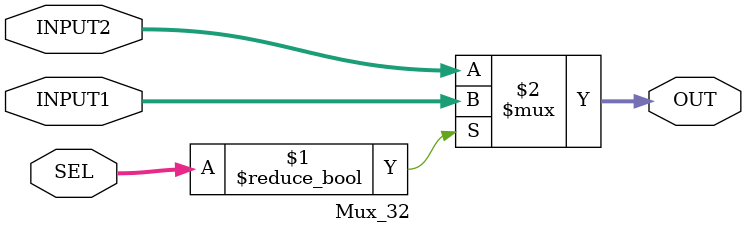
<source format=v>
`timescale 1ns / 1ps


module Mux_5(
    input [4:0] INPUT1,
    input [4:0] INPUT2,
    input [4:0] SEL,
    output [4:0] OUT    
    );    
    assign OUT= SEL ? INPUT1:INPUT2;
endmodule

module Mux_32(
    input [31:0] INPUT1,
    input [31:0] INPUT2,
    input [31:0] SEL,
    output [31:0] OUT  
);
    assign OUT= SEL ? INPUT1:INPUT2;
endmodule

</source>
